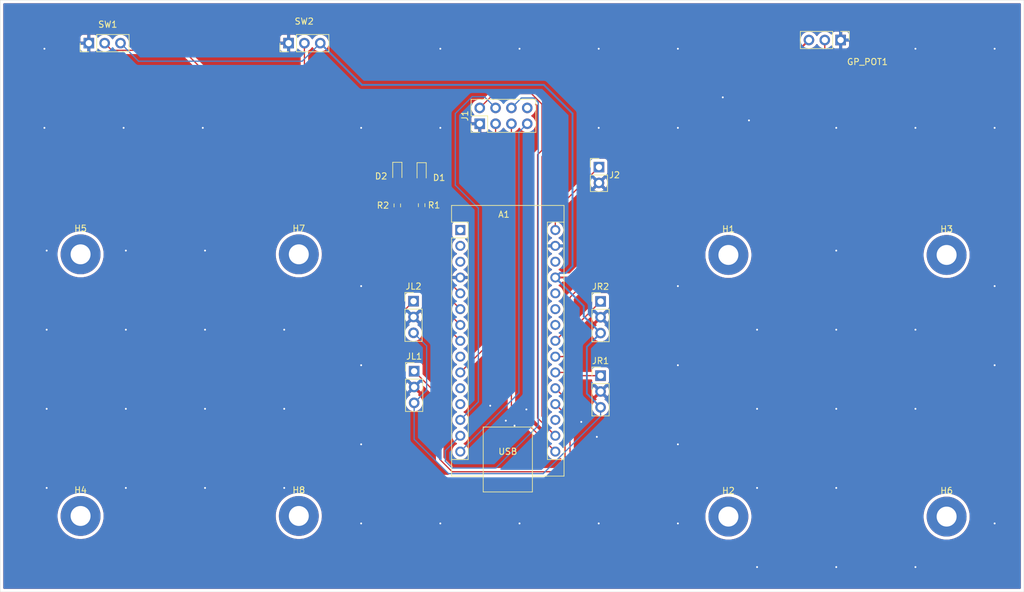
<source format=kicad_pcb>
(kicad_pcb (version 20241229) (generator "pcbnew") (generator_version "9.0")
  (layers (0 "F.Cu" signal) (2 "B.Cu" signal) (13 "F.Paste" user) (15 "B.Paste" user) (5 "F.SilkS" user "F.Silkscreen") (7 "B.SilkS" user "B.Silkscreen") (1 "F.Mask" user) (3 "B.Mask" user) (25 "Edge.Cuts" user))
  (net 0 "")
  (net 1 "JoyPitch")
  (net 4 "FAILSAFE_SW")
  (net 5 "CE")
  (net 8 "RADIO_ON_LED")
  (net 9 "GP_LED")
  (net 11 "JoyRoll")
  (net 13 "JoyYaw")
  (net 15 "GND")
  (net 17 "SCK")
  (net 18 "CSN")
  (net 19 "5V")
  (net 20 "JoyThrotlle")
  (net 21 "MOSI")
  (net 22 "3V3")
  (net 23 "MISO")
  (net 26 "KILL_SW")
  (net 27 "BAT")
  (net 29 "GP_POT")
  (net 30 "Net-(D1-A)")
  (net 31 "Net-(D2-A)")
  (footprint "MountingHole:MountingHole_3.2mm_M3_Pad" (layer "F.Cu") (at 170.1 58.5)
    (property "Reference" "H3" (at 0 -4.15 0) (layer "F.SilkS"))
    (property "Value" "MountingHole")
    (pad "1" thru_hole circle (at 0 0) (size 6.4 6.4) (drill 3.2) (layers "*.Cu" "*.Mask"))
  )
  (footprint "Module:Arduino_Nano" (layer "F.Cu") (at 92.1 54.5)
    (property "Reference" "A1" (at 7 -2.5 0) (layer "F.SilkS"))
    (property "Value" "Arduino_Nano_v3.x")
    (fp_line (start -1.4 -3.94) (end -1.4 -1.27) (stroke (width 0.12)) (layer "F.SilkS"))
    (fp_line (start -1.4 1.27) (end -1.4 39.5) (stroke (width 0.12)) (layer "F.SilkS"))
    (fp_line (start -1.4 39.5) (end 3.68 39.5) (stroke (width 0.12)) (layer "F.SilkS"))
    (fp_line (start 1.27 -1.27) (end -1.4 -1.27) (stroke (width 0.12)) (layer "F.SilkS"))
    (fp_line (start 1.27 1.27) (end -1.4 1.27) (stroke (width 0.12)) (layer "F.SilkS"))
    (fp_line (start 1.27 1.27) (end 1.27 -1.27) (stroke (width 0.12)) (layer "F.SilkS"))
    (fp_line (start 1.27 1.27) (end 1.27 36.83) (stroke (width 0.12)) (layer "F.SilkS"))
    (fp_line (start 1.27 36.83) (end -1.4 36.83) (stroke (width 0.12)) (layer "F.SilkS"))
    (fp_line (start 3.68 31.62) (end 11.56 31.62) (stroke (width 0.12)) (layer "F.SilkS"))
    (fp_line (start 3.68 42.04) (end 3.68 31.62) (stroke (width 0.12)) (layer "F.SilkS"))
    (fp_line (start 11.56 31.62) (end 11.56 42.04) (stroke (width 0.12)) (layer "F.SilkS"))
    (fp_line (start 11.56 42.04) (end 3.68 42.04) (stroke (width 0.12)) (layer "F.SilkS"))
    (fp_line (start 13.97 -1.27) (end 13.97 36.83) (stroke (width 0.12)) (layer "F.SilkS"))
    (fp_line (start 13.97 -1.27) (end 16.64 -1.27) (stroke (width 0.12)) (layer "F.SilkS"))
    (fp_line (start 13.97 36.83) (end 16.64 36.83) (stroke (width 0.12)) (layer "F.SilkS"))
    (fp_line (start 16.64 -3.94) (end -1.4 -3.94) (stroke (width 0.12)) (layer "F.SilkS"))
    (fp_line (start 16.64 39.5) (end 11.56 39.5) (stroke (width 0.12)) (layer "F.SilkS"))
    (fp_line (start 16.64 39.5) (end 16.64 -3.94) (stroke (width 0.12)) (layer "F.SilkS"))
    (fp_text user "USB" (at 7.62 35.56 0) (layer "F.SilkS"))
    (pad "1" thru_hole rect (at 0 0) (size 1.6 1.6) (drill 1) (layers "*.Cu" "*.Mask"))
    (pad "2" thru_hole oval (at 0 2.54) (size 1.6 1.6) (drill 1) (layers "*.Cu" "*.Mask"))
    (pad "3" thru_hole oval (at 0 5.08) (size 1.6 1.6) (drill 1) (layers "*.Cu" "*.Mask"))
    (pad "4" thru_hole oval (at 0 7.62) (size 1.6 1.6) (drill 1) (layers "*.Cu" "*.Mask") (net 15 "GND"))
    (pad "5" thru_hole oval (at 0 10.16) (size 1.6 1.6) (drill 1) (layers "*.Cu" "*.Mask") (net 8 "RADIO_ON_LED"))
    (pad "6" thru_hole oval (at 0 12.7) (size 1.6 1.6) (drill 1) (layers "*.Cu" "*.Mask") (net 9 "GP_LED"))
    (pad "7" thru_hole oval (at 0 15.24) (size 1.6 1.6) (drill 1) (layers "*.Cu" "*.Mask") (net 26 "KILL_SW"))
    (pad "8" thru_hole oval (at 0 17.78) (size 1.6 1.6) (drill 1) (layers "*.Cu" "*.Mask") (net 4 "FAILSAFE_SW"))
    (pad "9" thru_hole oval (at 0 20.32) (size 1.6 1.6) (drill 1) (layers "*.Cu" "*.Mask"))
    (pad "10" thru_hole oval (at 0 22.86) (size 1.6 1.6) (drill 1) (layers "*.Cu" "*.Mask") (net 5 "CE"))
    (pad "11" thru_hole oval (at 0 25.4) (size 1.6 1.6) (drill 1) (layers "*.Cu" "*.Mask"))
    (pad "12" thru_hole oval (at 0 27.94) (size 1.6 1.6) (drill 1) (layers "*.Cu" "*.Mask"))
    (pad "13" thru_hole oval (at 0 30.48) (size 1.6 1.6) (drill 1) (layers "*.Cu" "*.Mask") (net 18 "CSN"))
    (pad "14" thru_hole oval (at 0 33.02) (size 1.6 1.6) (drill 1) (layers "*.Cu" "*.Mask") (net 21 "MOSI"))
    (pad "15" thru_hole oval (at 0 35.56) (size 1.6 1.6) (drill 1) (layers "*.Cu" "*.Mask") (net 23 "MISO"))
    (pad "16" thru_hole oval (at 15.24 35.56) (size 1.6 1.6) (drill 1) (layers "*.Cu" "*.Mask") (net 17 "SCK"))
    (pad "17" thru_hole oval (at 15.24 33.02) (size 1.6 1.6) (drill 1) (layers "*.Cu" "*.Mask") (net 22 "3V3"))
    (pad "18" thru_hole oval (at 15.24 30.48) (size 1.6 1.6) (drill 1) (layers "*.Cu" "*.Mask"))
    (pad "19" thru_hole oval (at 15.24 27.94) (size 1.6 1.6) (drill 1) (layers "*.Cu" "*.Mask") (net 20 "JoyThrotlle"))
    (pad "20" thru_hole oval (at 15.24 25.4) (size 1.6 1.6) (drill 1) (layers "*.Cu" "*.Mask") (net 13 "JoyYaw"))
    (pad "21" thru_hole oval (at 15.24 22.86) (size 1.6 1.6) (drill 1) (layers "*.Cu" "*.Mask") (net 1 "JoyPitch"))
    (pad "22" thru_hole oval (at 15.24 20.32) (size 1.6 1.6) (drill 1) (layers "*.Cu" "*.Mask") (net 11 "JoyRoll"))
    (pad "23" thru_hole oval (at 15.24 17.78) (size 1.6 1.6) (drill 1) (layers "*.Cu" "*.Mask") (net 29 "GP_POT"))
    (pad "24" thru_hole oval (at 15.24 15.24) (size 1.6 1.6) (drill 1) (layers "*.Cu" "*.Mask"))
    (pad "25" thru_hole oval (at 15.24 12.7) (size 1.6 1.6) (drill 1) (layers "*.Cu" "*.Mask"))
    (pad "26" thru_hole oval (at 15.24 10.16) (size 1.6 1.6) (drill 1) (layers "*.Cu" "*.Mask"))
    (pad "27" thru_hole oval (at 15.24 7.62) (size 1.6 1.6) (drill 1) (layers "*.Cu" "*.Mask") (net 19 "5V"))
    (pad "28" thru_hole oval (at 15.24 5.08) (size 1.6 1.6) (drill 1) (layers "*.Cu" "*.Mask"))
    (pad "29" thru_hole oval (at 15.24 2.54) (size 1.6 1.6) (drill 1) (layers "*.Cu" "*.Mask") (net 15 "GND"))
    (pad "30" thru_hole oval (at 15.24 0) (size 1.6 1.6) (drill 1) (layers "*.Cu" "*.Mask") (net 27 "BAT"))
  )
  (footprint "Connector_PinHeader_2.54mm:PinHeader_1x03_P2.54mm_Vertical" (layer "F.Cu") (at 153.1 24 -90)
    (property "Reference" "GP_POT1" (at 3.5 -4.3 0) (layer "F.SilkS"))
    (property "Value" "Conn_01x03_Pin" (hide yes))
    (fp_line (start -1.38 6.46) (end 1.38 6.46) (stroke (width 0.12)) (layer "F.SilkS"))
    (fp_line (start -1.38 1.27) (end -1.38 6.46) (stroke (width 0.12)) (layer "F.SilkS"))
    (fp_line (start -1.38 1.27) (end 1.38 1.27) (stroke (width 0.12)) (layer "F.SilkS"))
    (fp_line (start 1.38 1.27) (end 1.38 6.46) (stroke (width 0.12)) (layer "F.SilkS"))
    (fp_line (start -1.38 0) (end -1.38 -1.38) (stroke (width 0.12)) (layer "F.SilkS"))
    (fp_line (start -1.38 -1.38) (end 0 -1.38) (stroke (width 0.12)) (layer "F.SilkS"))
    (pad "1" thru_hole rect (at 0 0 270) (size 1.7 1.7) (drill 1) (layers "*.Cu" "*.Mask") (net 15 "GND"))
    (pad "2" thru_hole circle (at 0 2.54 270) (size 1.7 1.7) (drill 1) (layers "*.Cu" "*.Mask") (net 29 "GP_POT"))
    (pad "3" thru_hole circle (at 0 5.08 270) (size 1.7 1.7) (drill 1) (layers "*.Cu" "*.Mask") (net 19 "5V"))
  )
  (footprint "Resistor_SMD:R_0603_1608Metric_Pad0.98x0.95mm_HandSolder" (layer "F.Cu") (at 82 50.55 -90)
    (property "Reference" "R2" (at 0 2.3 180) (layer "F.SilkS"))
    (property "Value" "R" (hide yes))
    (fp_line (start -0.254724 0.5225) (end 0.254724 0.5225) (stroke (width 0.12)) (layer "F.SilkS"))
    (fp_line (start -0.254724 -0.5225) (end 0.254724 -0.5225) (stroke (width 0.12)) (layer "F.SilkS"))
    (pad "1" smd roundrect (at -0.9125 0 270) (size 0.975 0.95) (layers "F.Cu" "F.Mask" "F.Paste") (net 31 "Net-(D2-A)"))
    (pad "2" smd roundrect (at 0.9125 0 270) (size 0.975 0.95) (layers "F.Cu" "F.Mask" "F.Paste") (net 9 "GP_LED"))
  )
  (footprint "MountingHole:MountingHole_3.2mm_M3_Pad" (layer "F.Cu") (at 66.2 58.4)
    (property "Reference" "H7" (at 0 -4.15 0) (layer "F.SilkS"))
    (property "Value" "MountingHole")
    (pad "1" thru_hole circle (at 0 0) (size 6.4 6.4) (drill 3.2) (layers "*.Cu" "*.Mask"))
  )
  (footprint "MountingHole:MountingHole_3.2mm_M3_Pad" (layer "F.Cu") (at 31.2 58.4)
    (property "Reference" "H5" (at 0 -4.15 0) (layer "F.SilkS"))
    (property "Value" "MountingHole")
    (pad "1" thru_hole circle (at 0 0) (size 6.4 6.4) (drill 3.2) (layers "*.Cu" "*.Mask"))
  )
  (footprint "Resistor_SMD:R_0603_1608Metric_Pad0.98x0.95mm_HandSolder" (layer "F.Cu") (at 85.9 50.5125 -90)
    (property "Reference" "R1" (at 0 -2 180) (layer "F.SilkS"))
    (property "Value" "R" (hide yes))
    (fp_line (start -0.254724 0.5225) (end 0.254724 0.5225) (stroke (width 0.12)) (layer "F.SilkS"))
    (fp_line (start -0.254724 -0.5225) (end 0.254724 -0.5225) (stroke (width 0.12)) (layer "F.SilkS"))
    (pad "1" smd roundrect (at -0.9125 0 270) (size 0.975 0.95) (layers "F.Cu" "F.Mask" "F.Paste") (net 30 "Net-(D1-A)"))
    (pad "2" smd roundrect (at 0.9125 0 270) (size 0.975 0.95) (layers "F.Cu" "F.Mask" "F.Paste") (net 8 "RADIO_ON_LED"))
  )
  (footprint "Connector_PinHeader_2.54mm:PinHeader_1x03_P2.54mm_Vertical" (layer "F.Cu") (at 32.52 24.5 90)
    (property "Reference" "SW1" (at 3 3.04 180) (layer "F.SilkS"))
    (property "Value" "Conn_01x03_Pin" (hide yes))
    (fp_line (start -1.38 -1.38) (end 0 -1.38) (stroke (width 0.12)) (layer "F.SilkS"))
    (fp_line (start -1.38 0) (end -1.38 -1.38) (stroke (width 0.12)) (layer "F.SilkS"))
    (fp_line (start 1.38 1.27) (end 1.38 6.46) (stroke (width 0.12)) (layer "F.SilkS"))
    (fp_line (start -1.38 1.27) (end 1.38 1.27) (stroke (width 0.12)) (layer "F.SilkS"))
    (fp_line (start -1.38 1.27) (end -1.38 6.46) (stroke (width 0.12)) (layer "F.SilkS"))
    (fp_line (start -1.38 6.46) (end 1.38 6.46) (stroke (width 0.12)) (layer "F.SilkS"))
    (pad "1" thru_hole rect (at 0 0 90) (size 1.7 1.7) (drill 1) (layers "*.Cu" "*.Mask") (net 15 "GND"))
    (pad "2" thru_hole circle (at 0 2.54 90) (size 1.7 1.7) (drill 1) (layers "*.Cu" "*.Mask") (net 4 "FAILSAFE_SW"))
    (pad "3" thru_hole circle (at 0 5.08 90) (size 1.7 1.7) (drill 1) (layers "*.Cu" "*.Mask") (net 19 "5V"))
  )
  (footprint "MountingHole:MountingHole_3.2mm_M3_Pad" (layer "F.Cu") (at 31.2 100.4)
    (property "Reference" "H4" (at 0 -4.15 0) (layer "F.SilkS"))
    (property "Value" "MountingHole")
    (pad "1" thru_hole circle (at 0 0) (size 6.4 6.4) (drill 3.2) (layers "*.Cu" "*.Mask"))
  )
  (footprint "Connector_PinHeader_2.54mm:PinHeader_1x03_P2.54mm_Vertical" (layer "F.Cu") (at 64.56 24.5 90)
    (property "Reference" "SW2" (at 3.5 2.5 180) (layer "F.SilkS"))
    (property "Value" "Conn_01x03_Pin" (hide yes))
    (fp_line (start -1.38 -1.38) (end 0 -1.38) (stroke (width 0.12)) (layer "F.SilkS"))
    (fp_line (start -1.38 0) (end -1.38 -1.38) (stroke (width 0.12)) (layer "F.SilkS"))
    (fp_line (start 1.38 1.27) (end 1.38 6.46) (stroke (width 0.12)) (layer "F.SilkS"))
    (fp_line (start -1.38 1.27) (end 1.38 1.27) (stroke (width 0.12)) (layer "F.SilkS"))
    (fp_line (start -1.38 1.27) (end -1.38 6.46) (stroke (width 0.12)) (layer "F.SilkS"))
    (fp_line (start -1.38 6.46) (end 1.38 6.46) (stroke (width 0.12)) (layer "F.SilkS"))
    (pad "1" thru_hole rect (at 0 0 90) (size 1.7 1.7) (drill 1) (layers "*.Cu" "*.Mask") (net 15 "GND"))
    (pad "2" thru_hole circle (at 0 2.54 90) (size 1.7 1.7) (drill 1) (layers "*.Cu" "*.Mask") (net 26 "KILL_SW"))
    (pad "3" thru_hole circle (at 0 5.08 90) (size 1.7 1.7) (drill 1) (layers "*.Cu" "*.Mask") (net 19 "5V"))
  )
  (footprint "Connector_PinHeader_2.54mm:PinHeader_1x02_P2.54mm_Vertical" (layer "F.Cu") (at 114.34 44.4)
    (property "Reference" "J2" (at 2.5 1.275 0) (layer "F.SilkS"))
    (property "Value" "Conn_01x02_Pin" (hide yes))
    (fp_line (start -1.38 -1.38) (end 0 -1.38) (stroke (width 0.12)) (layer "F.SilkS"))
    (fp_line (start -1.38 0) (end -1.38 -1.38) (stroke (width 0.12)) (layer "F.SilkS"))
    (fp_line (start -1.38 1.27) (end -1.38 3.92) (stroke (width 0.12)) (layer "F.SilkS"))
    (fp_line (start -1.38 1.27) (end 1.38 1.27) (stroke (width 0.12)) (layer "F.SilkS"))
    (fp_line (start -1.38 3.92) (end 1.38 3.92) (stroke (width 0.12)) (layer "F.SilkS"))
    (fp_line (start 1.38 1.27) (end 1.38 3.92) (stroke (width 0.12)) (layer "F.SilkS"))
    (pad "1" thru_hole rect (at 0 0) (size 1.7 1.7) (drill 1) (layers "*.Cu" "*.Mask") (net 27 "BAT"))
    (pad "2" thru_hole circle (at 0 2.54) (size 1.7 1.7) (drill 1) (layers "*.Cu" "*.Mask") (net 15 "GND"))
  )
  (footprint "Connector_PinHeader_2.54mm:PinHeader_1x03_P2.54mm_Vertical" (layer "F.Cu") (at 84.6 65.92)
    (property "Reference" "JL2" (at 0 -2.38 0) (layer "F.SilkS"))
    (property "Value" "Conn_01x03_Pin" (hide yes))
    (fp_line (start -1.38 -1.38) (end 0 -1.38) (stroke (width 0.12)) (layer "F.SilkS"))
    (fp_line (start -1.38 0) (end -1.38 -1.38) (stroke (width 0.12)) (layer "F.SilkS"))
    (fp_line (start -1.38 1.27) (end -1.38 6.46) (stroke (width 0.12)) (layer "F.SilkS"))
    (fp_line (start -1.38 1.27) (end 1.38 1.27) (stroke (width 0.12)) (layer "F.SilkS"))
    (fp_line (start -1.38 6.46) (end 1.38 6.46) (stroke (width 0.12)) (layer "F.SilkS"))
    (fp_line (start 1.38 1.27) (end 1.38 6.46) (stroke (width 0.12)) (layer "F.SilkS"))
    (pad "1" thru_hole rect (at 0 0) (size 1.7 1.7) (drill 1) (layers "*.Cu" "*.Mask") (net 13 "JoyYaw"))
    (pad "2" thru_hole circle (at 0 2.54) (size 1.7 1.7) (drill 1) (layers "*.Cu" "*.Mask") (net 15 "GND"))
    (pad "3" thru_hole circle (at 0 5.08) (size 1.7 1.7) (drill 1) (layers "*.Cu" "*.Mask") (net 19 "5V"))
  )
  (footprint "LED_SMD:LED_0603_1608Metric_Pad1.05x0.95mm_HandSolder" (layer "F.Cu") (at 82 45.2875 -90)
    (property "Reference" "D2" (at 0.575 2.6 180) (layer "F.SilkS"))
    (property "Value" "LED")
    (fp_line (start -1.66 0.735) (end 0.8 0.735) (stroke (width 0.12)) (layer "F.SilkS"))
    (fp_line (start -1.66 -0.735) (end -1.66 0.735) (stroke (width 0.12)) (layer "F.SilkS"))
    (fp_line (start 0.8 -0.735) (end -1.66 -0.735) (stroke (width 0.12)) (layer "F.SilkS"))
    (pad "1" smd roundrect (at -0.875 0 270) (size 1.05 0.95) (layers "F.Cu" "F.Mask" "F.Paste") (net 15 "GND"))
    (pad "2" smd roundrect (at 0.875 0 270) (size 1.05 0.95) (layers "F.Cu" "F.Mask" "F.Paste") (net 31 "Net-(D2-A)"))
  )
  (footprint "Connector_PinHeader_2.54mm:PinHeader_1x03_P2.54mm_Vertical" (layer "F.Cu") (at 114.6 65.96)
    (property "Reference" "JR2" (at 0 -2.38 0) (layer "F.SilkS"))
    (property "Value" "Conn_01x03_Pin" (hide yes))
    (fp_line (start -1.38 -1.38) (end 0 -1.38) (stroke (width 0.12)) (layer "F.SilkS"))
    (fp_line (start -1.38 0) (end -1.38 -1.38) (stroke (width 0.12)) (layer "F.SilkS"))
    (fp_line (start -1.38 1.27) (end -1.38 6.46) (stroke (width 0.12)) (layer "F.SilkS"))
    (fp_line (start -1.38 1.27) (end 1.38 1.27) (stroke (width 0.12)) (layer "F.SilkS"))
    (fp_line (start -1.38 6.46) (end 1.38 6.46) (stroke (width 0.12)) (layer "F.SilkS"))
    (fp_line (start 1.38 1.27) (end 1.38 6.46) (stroke (width 0.12)) (layer "F.SilkS"))
    (pad "1" thru_hole rect (at 0 0) (size 1.7 1.7) (drill 1) (layers "*.Cu" "*.Mask") (net 11 "JoyRoll"))
    (pad "2" thru_hole circle (at 0 2.54) (size 1.7 1.7) (drill 1) (layers "*.Cu" "*.Mask") (net 15 "GND"))
    (pad "3" thru_hole circle (at 0 5.08) (size 1.7 1.7) (drill 1) (layers "*.Cu" "*.Mask") (net 19 "5V"))
  )
  (footprint "MountingHole:MountingHole_3.2mm_M3_Pad" (layer "F.Cu") (at 66.2 100.4)
    (property "Reference" "H8" (at 0 -4.15 0) (layer "F.SilkS"))
    (property "Value" "MountingHole")
    (pad "1" thru_hole circle (at 0 0) (size 6.4 6.4) (drill 3.2) (layers "*.Cu" "*.Mask"))
  )
  (footprint "LED_SMD:LED_0603_1608Metric_Pad1.05x0.95mm_HandSolder" (layer "F.Cu") (at 85.9 45.35 -90)
    (property "Reference" "D1" (at 0.75 -2.8 180) (layer "F.SilkS"))
    (property "Value" "LED")
    (fp_line (start -1.66 0.735) (end 0.8 0.735) (stroke (width 0.12)) (layer "F.SilkS"))
    (fp_line (start -1.66 -0.735) (end -1.66 0.735) (stroke (width 0.12)) (layer "F.SilkS"))
    (fp_line (start 0.8 -0.735) (end -1.66 -0.735) (stroke (width 0.12)) (layer "F.SilkS"))
    (pad "1" smd roundrect (at -0.875 0 270) (size 1.05 0.95) (layers "F.Cu" "F.Mask" "F.Paste") (net 15 "GND"))
    (pad "2" smd roundrect (at 0.875 0 270) (size 1.05 0.95) (layers "F.Cu" "F.Mask" "F.Paste") (net 30 "Net-(D1-A)"))
  )
  (footprint "MountingHole:MountingHole_3.2mm_M3_Pad" (layer "F.Cu") (at 170.1 100.5)
    (property "Reference" "H6" (at 0 -4.15 0) (layer "F.SilkS"))
    (property "Value" "MountingHole")
    (pad "1" thru_hole circle (at 0 0) (size 6.4 6.4) (drill 3.2) (layers "*.Cu" "*.Mask"))
  )
  (footprint "Connector_PinHeader_2.54mm:PinHeader_1x03_P2.54mm_Vertical" (layer "F.Cu") (at 114.6 77.88)
    (property "Reference" "JR1" (at 0 -2.38 0) (layer "F.SilkS"))
    (property "Value" "Conn_01x03_Pin" (hide yes))
    (fp_line (start -1.38 -1.38) (end 0 -1.38) (stroke (width 0.12)) (layer "F.SilkS"))
    (fp_line (start -1.38 0) (end -1.38 -1.38) (stroke (width 0.12)) (layer "F.SilkS"))
    (fp_line (start -1.38 1.27) (end -1.38 6.46) (stroke (width 0.12)) (layer "F.SilkS"))
    (fp_line (start -1.38 1.27) (end 1.38 1.27) (stroke (width 0.12)) (layer "F.SilkS"))
    (fp_line (start -1.38 6.46) (end 1.38 6.46) (stroke (width 0.12)) (layer "F.SilkS"))
    (fp_line (start 1.38 1.27) (end 1.38 6.46) (stroke (width 0.12)) (layer "F.SilkS"))
    (pad "1" thru_hole rect (at 0 0) (size 1.7 1.7) (drill 1) (layers "*.Cu" "*.Mask") (net 1 "JoyPitch"))
    (pad "2" thru_hole circle (at 0 2.54) (size 1.7 1.7) (drill 1) (layers "*.Cu" "*.Mask") (net 15 "GND"))
    (pad "3" thru_hole circle (at 0 5.08) (size 1.7 1.7) (drill 1) (layers "*.Cu" "*.Mask") (net 19 "5V"))
  )
  (footprint "Connector_PinHeader_2.54mm:PinHeader_2x04_P2.54mm_Vertical" (layer "F.Cu") (at 95.22 37.44 90)
    (property "Reference" "J1" (at 1.27 -2.38 90) (layer "F.SilkS"))
    (property "Value" "NRF_RADIO")
    (fp_line (start 3.92 -1.38) (end 3.92 9) (stroke (width 0.12)) (layer "F.SilkS"))
    (fp_line (start 1.27 -1.38) (end 3.92 -1.38) (stroke (width 0.12)) (layer "F.SilkS"))
    (fp_line (start -1.38 -1.38) (end 0 -1.38) (stroke (width 0.12)) (layer "F.SilkS"))
    (fp_line (start -1.38 0) (end -1.38 -1.38) (stroke (width 0.12)) (layer "F.SilkS"))
    (fp_line (start 1.27 1.27) (end 1.27 -1.38) (stroke (width 0.12)) (layer "F.SilkS"))
    (fp_line (start -1.38 1.27) (end 1.27 1.27) (stroke (width 0.12)) (layer "F.SilkS"))
    (fp_line (start -1.38 1.27) (end -1.38 9) (stroke (width 0.12)) (layer "F.SilkS"))
    (fp_line (start -1.38 9) (end 3.92 9) (stroke (width 0.12)) (layer "F.SilkS"))
    (pad "1" thru_hole rect (at 0 0 90) (size 1.7 1.7) (drill 1) (layers "*.Cu" "*.Mask") (net 15 "GND"))
    (pad "2" thru_hole circle (at 2.54 0 90) (size 1.7 1.7) (drill 1) (layers "*.Cu" "*.Mask") (net 22 "3V3"))
    (pad "3" thru_hole circle (at 0 2.54 90) (size 1.7 1.7) (drill 1) (layers "*.Cu" "*.Mask") (net 5 "CE"))
    (pad "4" thru_hole circle (at 2.54 2.54 90) (size 1.7 1.7) (drill 1) (layers "*.Cu" "*.Mask") (net 18 "CSN"))
    (pad "5" thru_hole circle (at 0 5.08 90) (size 1.7 1.7) (drill 1) (layers "*.Cu" "*.Mask") (net 17 "SCK"))
    (pad "6" thru_hole circle (at 2.54 5.08 90) (size 1.7 1.7) (drill 1) (layers "*.Cu" "*.Mask") (net 21 "MOSI"))
    (pad "7" thru_hole circle (at 0 7.62 90) (size 1.7 1.7) (drill 1) (layers "*.Cu" "*.Mask") (net 23 "MISO"))
    (pad "8" thru_hole circle (at 2.54 7.62 90) (size 1.7 1.7) (drill 1) (layers "*.Cu" "*.Mask"))
  )
  (footprint "MountingHole:MountingHole_3.2mm_M3_Pad" (layer "F.Cu") (at 135.1 100.5)
    (property "Reference" "H2" (at 0 -4.15 0) (layer "F.SilkS"))
    (property "Value" "MountingHole")
    (pad "1" thru_hole circle (at 0 0) (size 6.4 6.4) (drill 3.2) (layers "*.Cu" "*.Mask"))
  )
  (footprint "Connector_PinHeader_2.54mm:PinHeader_1x03_P2.54mm_Vertical" (layer "F.Cu") (at 84.7 77.16)
    (property "Reference" "JL1" (at 0 -2.38 0) (layer "F.SilkS"))
    (property "Value" "Conn_01x03_Pin" (hide yes))
    (fp_line (start -1.38 -1.38) (end 0 -1.38) (stroke (width 0.12)) (layer "F.SilkS"))
    (fp_line (start -1.38 0) (end -1.38 -1.38) (stroke (width 0.12)) (layer "F.SilkS"))
    (fp_line (start -1.38 1.27) (end -1.38 6.46) (stroke (width 0.12)) (layer "F.SilkS"))
    (fp_line (start -1.38 1.27) (end 1.38 1.27) (stroke (width 0.12)) (layer "F.SilkS"))
    (fp_line (start -1.38 6.46) (end 1.38 6.46) (stroke (width 0.12)) (layer "F.SilkS"))
    (fp_line (start 1.38 1.27) (end 1.38 6.46) (stroke (width 0.12)) (layer "F.SilkS"))
    (pad "1" thru_hole rect (at 0 0) (size 1.7 1.7) (drill 1) (layers "*.Cu" "*.Mask") (net 20 "JoyThrotlle"))
    (pad "2" thru_hole circle (at 0 2.54) (size 1.7 1.7) (drill 1) (layers "*.Cu" "*.Mask") (net 15 "GND"))
    (pad "3" thru_hole circle (at 0 5.08) (size 1.7 1.7) (drill 1) (layers "*.Cu" "*.Mask") (net 19 "5V"))
  )
  (footprint "MountingHole:MountingHole_3.2mm_M3_Pad" (layer "F.Cu") (at 135.1 58.5)
    (property "Reference" "H1" (at 0 -4.15 0) (layer "F.SilkS"))
    (property "Value" "MountingHole")
    (pad "1" thru_hole circle (at 0 0) (size 6.4 6.4) (drill 3.2) (layers "*.Cu" "*.Mask"))
  )
  (gr_rect (start 18.3 17.6) (end 182.5 112.6) (stroke (width 0.05)) (fill no) (layer "Edge.Cuts"))
  (segment (start 111.48 77.88) (end 114.6 77.88) (width 0.2) (layer "F.Cu") (net 1))
  (segment (start 110.96 77.36) (end 111.48 77.88) (width 0.2) (layer "F.Cu") (net 1))
  (segment (start 107.34 77.36) (end 110.96 77.36) (width 0.2) (layer "F.Cu") (net 1))
  (segment (start 47.651 25.651) (end 88.1 66.1) (width 0.2) (layer "F.Cu") (net 4))
  (segment (start 35.06 24.5) (end 36.211 25.651) (width 0.2) (layer "F.Cu") (net 4))
  (segment (start 88.1 68.28) (end 92.1 72.28) (width 0.2) (layer "F.Cu") (net 4))
  (segment (start 36.211 25.651) (end 47.651 25.651) (width 0.2) (layer "F.Cu") (net 4))
  (segment (start 88.1 66.1) (end 88.1 68.28) (width 0.2) (layer "F.Cu") (net 4))
  (segment (start 97.76 71.7) (end 92.1 77.36) (width 0.2) (layer "F.Cu") (net 5))
  (segment (start 97.76 37.44) (end 97.76 71.7) (width 0.2) (layer "F.Cu") (net 5))
  (segment (start 85.9 51.425) (end 85.9 58.46) (width 0.2) (layer "F.Cu") (net 8))
  (segment (start 85.9 58.46) (end 92.1 64.66) (width 0.2) (layer "F.Cu") (net 8))
  (segment (start 82 57.1) (end 92.1 67.2) (width 0.2) (layer "F.Cu") (net 9))
  (segment (start 82 51.4625) (end 82 57.1) (width 0.2) (layer "F.Cu") (net 9))
  (segment (start 110.3 73.1) (end 108.58 74.82) (width 0.2) (layer "F.Cu") (net 11))
  (segment (start 114.6 65.96) (end 110.3 70.26) (width 0.2) (layer "F.Cu") (net 11))
  (segment (start 108.58 74.82) (end 107.34 74.82) (width 0.2) (layer "F.Cu") (net 11))
  (segment (start 110.3 70.26) (end 110.3 73.1) (width 0.2) (layer "F.Cu") (net 11))
  (segment (start 109.7 92.1) (end 109.7 82.26) (width 0.2) (layer "F.Cu") (net 13))
  (segment (start 107.4 94.4) (end 109.7 92.1) (width 0.2) (layer "F.Cu") (net 13))
  (segment (start 82.7 88.7) (end 88.4 94.4) (width 0.2) (layer "F.Cu") (net 13))
  (segment (start 109.7 82.26) (end 107.34 79.9) (width 0.2) (layer "F.Cu") (net 13))
  (segment (start 88.4 94.4) (end 107.4 94.4) (width 0.2) (layer "F.Cu") (net 13))
  (segment (start 82.7 67.82) (end 82.7 88.7) (width 0.2) (layer "F.Cu") (net 13))
  (segment (start 84.6 65.92) (end 82.7 67.82) (width 0.2) (layer "F.Cu") (net 13))
  (segment (start 113.9 87.7) (end 114 87.7) (width 0.2) (layer "F.Cu") (net 15))
  (segment (start 111.5 85.3) (end 113.9 87.7) (width 0.2) (layer "F.Cu") (net 15))
  (segment (start 96.9 82.7) (end 99.3 85.1) (width 0.2) (layer "F.Cu") (net 15))
  (via (at 177.8 101.6) (size 0.6) (drill 0.3) (layers "F.Cu" "B.Cu") (net 15))
  (via (at 165.1 108.6) (size 0.6) (drill 0.3) (layers "F.Cu" "B.Cu") (net 15))
  (via (at 96.9 82.7) (size 0.6) (drill 0.3) (layers "F.Cu" "B.Cu") (net 15))
  (via (at 177.8 25.4) (size 0.6) (drill 0.3) (layers "F.Cu" "B.Cu") (net 15))
  (via (at 177.8 76.2) (size 0.6) (drill 0.3) (layers "F.Cu" "B.Cu") (net 15))
  (via (at 127 76.2) (size 0.6) (drill 0.3) (layers "F.Cu" "B.Cu") (net 15))
  (via (at 25.76 57.8) (size 0.6) (drill 0.3) (layers "F.Cu" "B.Cu") (net 15))
  (via (at 25.76 95.9) (size 0.6) (drill 0.3) (layers "F.Cu" "B.Cu") (net 15))
  (via (at 76.2 76.2) (size 0.6) (drill 0.3) (layers "F.Cu" "B.Cu") (net 15))
  (via (at 51.16 83.2) (size 0.6) (drill 0.3) (layers "F.Cu" "B.Cu") (net 15))
  (via (at 101.6 101.6) (size 0.6) (drill 0.3) (layers "F.Cu" "B.Cu") (net 15))
  (via (at 76.2 101.6) (size 0.6) (drill 0.3) (layers "F.Cu" "B.Cu") (net 15))
  (via (at 127 25.4) (size 0.6) (drill 0.3) (layers "F.Cu" "B.Cu") (net 15))
  (via (at 63.86 70.5) (size 0.6) (drill 0.3) (layers "F.Cu" "B.Cu") (net 15))
  (via (at 63.86 95.9) (size 0.6) (drill 0.3) (layers "F.Cu" "B.Cu") (net 15))
  (via (at 88.9 38.1) (size 0.6) (drill 0.3) (layers "F.Cu" "B.Cu") (net 15))
  (via (at 88.9 25.4) (size 0.6) (drill 0.3) (layers "F.Cu" "B.Cu") (net 15))
  (via (at 25.76 83.2) (size 0.6) (drill 0.3) (layers "F.Cu" "B.Cu") (net 15))
  (via (at 76.2 38.1) (size 0.6) (drill 0.3) (layers "F.Cu" "B.Cu") (net 15))
  (via (at 127 38.1) (size 0.6) (drill 0.3) (layers "F.Cu" "B.Cu") (net 15))
  (via (at 134.2 33.2) (size 0.6) (drill 0.3) (layers "F.Cu" "B.Cu") (net 15))
  (via (at 152.4 70.5) (size 0.6) (drill 0.3) (layers "F.Cu" "B.Cu") (net 15))
  (via (at 165.1 70.5) (size 0.6) (drill 0.3) (layers "F.Cu" "B.Cu") (net 15))
  (via (at 138.4 36.9) (size 0.6) (drill 0.3) (layers "F.Cu" "B.Cu") (net 15))
  (via (at 139.7 70.5) (size 0.6) (drill 0.3) (layers "F.Cu" "B.Cu") (net 15))
  (via (at 111.5 85.3) (size 0.6) (drill 0.3) (layers "F.Cu" "B.Cu") (net 15))
  (via (at 165.1 25.4) (size 0.6) (drill 0.3) (layers "F.Cu" "B.Cu") (net 15))
  (via (at 102.7 83.3) (size 0.6) (drill 0.3) (layers "F.Cu" "B.Cu") (net 15))
  (via (at 127 88.9) (size 0.6) (drill 0.3) (layers "F.Cu" "B.Cu") (net 15))
  (via (at 139.7 108.6) (size 0.6) (drill 0.3) (layers "F.Cu" "B.Cu") (net 15))
  (via (at 76.2 88.9) (size 0.6) (drill 0.3) (layers "F.Cu" "B.Cu") (net 15))
  (via (at 152.4 108.6) (size 0.6) (drill 0.3) (layers "F.Cu" "B.Cu") (net 15))
  (via (at 152.4 57.8) (size 0.6) (drill 0.3) (layers "F.Cu" "B.Cu") (net 15))
  (via (at 114.3 25.4) (size 0.6) (drill 0.3) (layers "F.Cu" "B.Cu") (net 15))
  (via (at 38.46 95.9) (size 0.6) (drill 0.3) (layers "F.Cu" "B.Cu") (net 15))
  (via (at 25.76 70.5) (size 0.6) (drill 0.3) (layers "F.Cu" "B.Cu") (net 15))
  (via (at 25.4 25.4) (size 0.6) (drill 0.3) (layers "F.Cu" "B.Cu") (net 15))
  (via (at 99.4 85.1) (size 0.6) (drill 0.3) (layers "F.Cu" "B.Cu") (net 15))
  (via (at 177.8 38.1) (size 0.6) (drill 0.3) (layers "F.Cu" "B.Cu") (net 15))
  (via (at 38.1 38.1) (size 0.6) (drill 0.3) (layers "F.Cu" "B.Cu") (net 15))
  (via (at 152.4 38.1) (size 0.6) (drill 0.3) (layers "F.Cu" "B.Cu") (net 15))
  (via (at 177.8 63.5) (size 0.6) (drill 0.3) (layers "F.Cu" "B.Cu") (net 15))
  (via (at 25.4 38.1) (size 0.6) (drill 0.3) (layers "F.Cu" "B.Cu") (net 15))
  (via (at 114.3 38.1) (size 0.6) (drill 0.3) (layers "F.Cu" "B.Cu") (net 15))
  (via (at 51.16 70.5) (size 0.6) (drill 0.3) (layers "F.Cu" "B.Cu") (net 15))
  (via (at 114 87.7) (size 0.6) (drill 0.3) (layers "F.Cu" "B.Cu") (net 15))
  (via (at 152.4 95.9) (size 0.6) (drill 0.3) (layers "F.Cu" "B.Cu") (net 15))
  (via (at 51.16 95.9) (size 0.6) (drill 0.3) (layers "F.Cu" "B.Cu") (net 15))
  (via (at 38.46 70.5) (size 0.6) (drill 0.3) (layers "F.Cu" "B.Cu") (net 15))
  (via (at 127 63.5) (size 0.6) (drill 0.3) (layers "F.Cu" "B.Cu") (net 15))
  (via (at 127 101.6) (size 0.6) (drill 0.3) (layers "F.Cu" "B.Cu") (net 15))
  (via (at 50.8 38.1) (size 0.6) (drill 0.3) (layers "F.Cu" "B.Cu") (net 15))
  (via (at 101.6 25.4) (size 0.6) (drill 0.3) (layers "F.Cu" "B.Cu") (net 15))
  (via (at 38.46 57.8) (size 0.6) (drill 0.3) (layers "F.Cu" "B.Cu") (net 15))
  (via (at 63.86 83.2) (size 0.6) (drill 0.3) (layers "F.Cu" "B.Cu") (net 15))
  (via (at 38.46 83.2) (size 0.6) (drill 0.3) (layers "F.Cu" "B.Cu") (net 15))
  (via (at 76.2 63.5) (size 0.6) (drill 0.3) (layers "F.Cu" "B.Cu") (net 15))
  (via (at 139.7 83.2) (size 0.6) (drill 0.3) (layers "F.Cu" "B.Cu") (net 15))
  (via (at 51.16 57.8) (size 0.6) (drill 0.3) (layers "F.Cu" "B.Cu") (net 15))
  (via (at 100.8 85.9) (size 0.6) (drill 0.3) (layers "F.Cu" "B.Cu") (net 15))
  (via (at 165.1 83.2) (size 0.6) (drill 0.3) (layers "F.Cu" "B.Cu") (net 15))
  (via (at 114.3 101.6) (size 0.6) (drill 0.3) (layers "F.Cu" "B.Cu") (net 15))
  (via (at 139.7 95.9) (size 0.6) (drill 0.3) (layers "F.Cu" "B.Cu") (net 15))
  (via (at 88.9 101.6) (size 0.6) (drill 0.3) (layers "F.Cu" "B.Cu") (net 15))
  (via (at 152.4 83.2) (size 0.6) (drill 0.3) (layers "F.Cu" "B.Cu") (net 15))
  (via (at 165.1 38.1) (size 0.6) (drill 0.3) (layers "F.Cu" "B.Cu") (net 15))
  (segment (start 134.7 33.2) (end 134.2 33.2) (width 0.2) (layer "B.Cu") (net 15))
  (segment (start 100.8 85.9) (end 102.7 84) (width 0.2) (layer "B.Cu") (net 15))
  (segment (start 102.7 84) (end 102.7 83.3) (width 0.2) (layer "B.Cu") (net 15))
  (segment (start 138.4 36.9) (end 134.7 33.2) (width 0.2) (layer "B.Cu") (net 15))
  (segment (start 100.3 37.44) (end 100.94 37.44) (width 0.2) (layer "F.Cu") (net 17))
  (segment (start 100.3 83.02) (end 107.34 90.06) (width 0.2) (layer "F.Cu") (net 17))
  (segment (start 100.3 37.44) (end 100.3 83.02) (width 0.2) (layer "F.Cu") (net 17))
  (segment (start 97.76 34.9) (end 95.96 33.1) (width 0.2) (layer "B.Cu") (net 18))
  (segment (start 91.3 35.8) (end 91.3 47.3) (width 0.2) (layer "B.Cu") (net 18))
  (segment (start 95 82.08) (end 92.1 84.98) (width 0.2) (layer "B.Cu") (net 18))
  (segment (start 95.96 33.1) (end 94 33.1) (width 0.2) (layer "B.Cu") (net 18))
  (segment (start 95 51) (end 95 82.08) (width 0.2) (layer "B.Cu") (net 18))
  (segment (start 91.3 47.3) (end 95 51) (width 0.2) (layer "B.Cu") (net 18))
  (segment (start 94 33.1) (end 91.3 35.8) (width 0.2) (layer "B.Cu") (net 18))
  (segment (start 107.34 62.12) (end 109.9 62.12) (width 0.3) (layer "F.Cu") (net 19))
  (segment (start 109.9 62.12) (end 148.02 24) (width 0.3) (layer "F.Cu") (net 19))
  (segment (start 84.7 82.24) (end 84.7 88.1) (width 0.2) (layer "B.Cu") (net 19))
  (segment (start 90.2 93.6) (end 105.4 93.6) (width 0.2) (layer "B.Cu") (net 19))
  (segment (start 112.4 73.24) (end 112.4 80.76) (width 0.3) (layer "B.Cu") (net 19))
  (segment (start 40.5 27.4) (end 66.74 27.4) (width 0.2) (layer "B.Cu") (net 19))
  (segment (start 109 61.4) (end 110.1 60.3) (width 0.3) (layer "B.Cu") (net 19))
  (segment (start 84.6 71) (end 86.7 73.1) (width 0.2) (layer "B.Cu") (net 19))
  (segment (start 37.6 24.5) (end 40.5 27.4) (width 0.2) (layer "B.Cu") (net 19))
  (segment (start 108.06 61.4) (end 109 61.4) (width 0.3) (layer "B.Cu") (net 19))
  (segment (start 105.4 93.6) (end 114.6 84.4) (width 0.2) (layer "B.Cu") (net 19))
  (segment (start 107.34 62.14) (end 111.9 66.7) (width 0.3) (layer "B.Cu") (net 19))
  (segment (start 107.34 62.12) (end 108.06 61.4) (width 0.3) (layer "B.Cu") (net 19))
  (segment (start 111.9 68.34) (end 114.6 71.04) (width 0.3) (layer "B.Cu") (net 19))
  (segment (start 111.9 66.7) (end 111.9 68.34) (width 0.3) (layer "B.Cu") (net 19))
  (segment (start 114.6 84.4) (end 114.6 82.96) (width 0.2) (layer "B.Cu") (net 19))
  (segment (start 112.4 80.76) (end 114.6 82.96) (width 0.3) (layer "B.Cu") (net 19))
  (segment (start 114.6 71.04) (end 112.4 73.24) (width 0.3) (layer "B.Cu") (net 19))
  (segment (start 86.7 80.3) (end 86.64 80.3) (width 0.2) (layer "B.Cu") (net 19))
  (segment (start 86.64 80.3) (end 84.7 82.24) (width 0.2) (layer "B.Cu") (net 19))
  (segment (start 110.1 35.8) (end 105.5 31.2) (width 0.3) (layer "B.Cu") (net 19))
  (segment (start 76.34 31.2) (end 69.64 24.5) (width 0.3) (layer "B.Cu") (net 19))
  (segment (start 110.1 60.3) (end 110.1 35.8) (width 0.3) (layer "B.Cu") (net 19))
  (segment (start 107.34 62.12) (end 107.34 62.14) (width 0.3) (layer "B.Cu") (net 19))
  (segment (start 86.7 73.1) (end 86.7 80.3) (width 0.2) (layer "B.Cu") (net 19))
  (segment (start 84.7 88.1) (end 90.2 93.6) (width 0.2) (layer "B.Cu") (net 19))
  (segment (start 66.74 27.4) (end 69.64 24.5) (width 0.2) (layer "B.Cu") (net 19))
  (segment (start 105.5 31.2) (end 76.34 31.2) (width 0.3) (layer "B.Cu") (net 19))
  (segment (start 88.8 81.26) (end 88.8 91.3) (width 0.2) (layer "F.Cu") (net 20))
  (segment (start 108.9 84) (end 107.34 82.44) (width 0.2) (layer "F.Cu") (net 20))
  (segment (start 107.4 93.3) (end 108.9 91.8) (width 0.2) (layer "F.Cu") (net 20))
  (segment (start 108.9 91.8) (end 108.9 84) (width 0.2) (layer "F.Cu") (net 20))
  (segment (start 88.8 91.3) (end 90.8 93.3) (width 0.2) (layer "F.Cu") (net 20))
  (segment (start 90.8 93.3) (end 107.4 93.3) (width 0.2) (layer "F.Cu") (net 20))
  (segment (start 84.7 77.16) (end 88.8 81.26) (width 0.2) (layer "F.Cu") (net 20))
  (segment (start 104.6 34) (end 103.9 33.3) (width 0.2) (layer "B.Cu") (net 21))
  (segment (start 92.1 87.52) (end 89.7 89.92) (width 0.2) (layer "B.Cu") (net 21))
  (segment (start 90.8 92.7) (end 97.8 92.7) (width 0.2) (layer "B.Cu") (net 21))
  (segment (start 103.9 33.3) (end 101.9 33.3) (width 0.2) (layer "B.Cu") (net 21))
  (segment (start 101.9 33.3) (end 100.3 34.9) (width 0.2) (layer "B.Cu") (net 21))
  (segment (start 104.6 85.9) (end 104.6 34) (width 0.2) (layer "B.Cu") (net 21))
  (segment (start 89.7 91.6) (end 90.8 92.7) (width 0.2) (layer "B.Cu") (net 21))
  (segment (start 97.8 92.7) (end 104.6 85.9) (width 0.2) (layer "B.Cu") (net 21))
  (segment (start 89.7 89.92) (end 89.7 91.6) (width 0.2) (layer "B.Cu") (net 21))
  (segment (start 105.2 41.7) (end 104.5 42.4) (width 0.2) (layer "F.Cu") (net 22))
  (segment (start 95.22 34.9) (end 97.52 32.6) (width 0.2) (layer "F.Cu") (net 22))
  (segment (start 104.5 42.4) (end 104.5 84.68) (width 0.2) (layer "F.Cu") (net 22))
  (segment (start 97.52 32.6) (end 103.5 32.6) (width 0.2) (layer "F.Cu") (net 22))
  (segment (start 103.5 32.6) (end 105.2 34.3) (width 0.2) (layer "F.Cu") (net 22))
  (segment (start 105.2 34.3) (end 105.2 41.7) (width 0.2) (layer "F.Cu") (net 22))
  (segment (start 104.5 84.68) (end 107.34 87.52) (width 0.2) (layer "F.Cu") (net 22))
  (segment (start 101.5 38.78) (end 102.84 37.44) (width 0.2) (layer "B.Cu") (net 23))
  (segment (start 92.1 90.06) (end 101.5 80.66) (width 0.2) (layer "B.Cu") (net 23))
  (segment (start 101.5 80.66) (end 101.5 38.78) (width 0.2) (layer "B.Cu") (net 23))
  (segment (start 67.1 24.5) (end 67.1 43.9) (width 0.2) (layer "F.Cu") (net 26))
  (segment (start 67.1 43.9) (end 89.1 65.9) (width 0.2) (layer "F.Cu") (net 26))
  (segment (start 89.1 66.74) (end 92.1 69.74) (width 0.2) (layer "F.Cu") (net 26))
  (segment (start 89.1 65.9) (end 89.1 66.74) (width 0.2) (layer "F.Cu") (net 26))
  (segment (start 107.34 54.5) (end 107.34 51.4) (width 0.2) (layer "F.Cu") (net 27))
  (segment (start 107.34 51.4) (end 114.34 44.4) (width 0.2) (layer "F.Cu") (net 27))
  (segment (start 124.7 54.1) (end 150.56 28.24) (width 0.2) (layer "F.Cu") (net 29))
  (segment (start 107.34 72.28) (end 109.7 69.92) (width 0.2) (layer "F.Cu") (net 29))
  (segment (start 120.9 54.1) (end 124.7 54.1) (width 0.2) (layer "F.Cu") (net 29))
  (segment (start 109.7 65.3) (end 120.9 54.1) (width 0.2) (layer "F.Cu") (net 29))
  (segment (start 109.7 69.92) (end 109.7 65.3) (width 0.2) (layer "F.Cu") (net 29))
  (segment (start 150.56 28.24) (end 150.56 24) (width 0.2) (layer "F.Cu") (net 29))
  (segment (start 85.9 46.225) (end 85.9 49.6) (width 0.2) (layer "F.Cu") (net 30))
  (segment (start 82 46.1625) (end 82 49.6375) (width 0.2) (layer "F.Cu") (net 31))
  (zone (net 15) (net_name "GND") (layers "F.Cu" "B.Cu") (connect_pads (clearance 0.5)) (min_thickness 0.25) (fill yes (thermal_gap 0.5) (thermal_bridge_width 0.5))
    (polygon (pts (xy 18.3 17.6) (xy 18.3 112.6) (xy 182.5 112.6) (xy 182.5 17.6)))
  )
)
</source>
